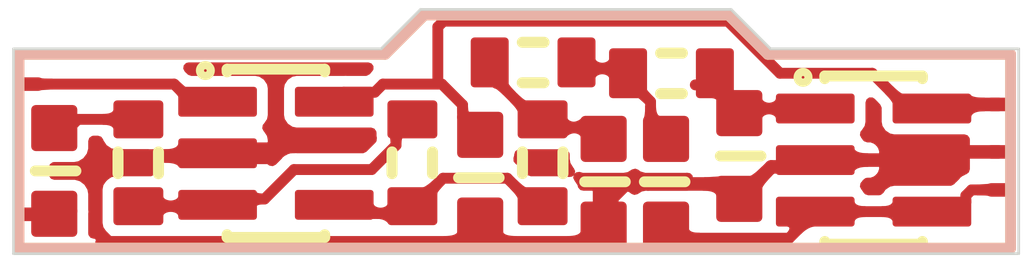
<source format=kicad_pcb>
(kicad_pcb (version 20210108) (generator pcbnew)
  (layers (0 "F.Cu" signal "Top Layer") (31 "B.Cu" signal "Bottom Layer") (34 "B.Paste" user) (35 "F.Paste" user) (36 "B.SilkS" user "B.Silkscreen") (37 "F.SilkS" user "F.Silkscreen") (38 "B.Mask" user) (39 "F.Mask" user) (44 "Edge.Cuts" user))
  (net 0 "")
  (net 1 "NetR470_1")
  (net 2 "NetC474_2")
  (net 3 "NetC473_2")
  (net 4 "NetC472_1")
  (net 5 "VREF2")
  (net 6 "V5A")
  (net 7 "OUT_KNOCK")
  (net 8 "NetR470_2")
  (net 9 "NetC471_2")
  (net 10 "IN_KNOCK")
  (net 11 "GNDA")
  (footprint "General.pcblib:Cap" (layer "F.Cu") (at 0.750001 -1.525001 90)
    (fp_text reference "C471" hide)
    (fp_text value "3.3n" hide)
    (fp_line (start 0 -0.349987) (end 0 0.399999) (layer "F.SilkS") (width 0.2))
    (pad "1" smd roundrect (at -0.790001 0 90) (size 0.850001 0.850001) (layers "F.Cu" "F.Paste" "F.Mask") (roundrect_rratio 0.1) (net 10 "IN_KNOCK"))
    (pad "2" smd roundrect (at 0.790001 0 90) (size 0.850001 0.850001) (layers "F.Cu" "F.Paste" "F.Mask") (roundrect_rratio 0.1) (net 9 "NetC471_2"))
  )
  (footprint "General.pcblib:Res" (layer "F.Cu") (at 9.750001 -1.675 -90)
    (fp_text reference "R472" hide)
    (fp_text value "12k" hide)
    (fp_line (start 0.199999 -0.374985) (end -0.2 -0.374995) (layer "F.SilkS") (width 0.2032))
    (fp_line (start 0.198942 0.37085) (end -0.201057 0.37084) (layer "F.SilkS") (width 0.2032))
    (pad "1" smd roundrect (at -0.800001 0 270) (size 0.700001 0.920001) (layers "F.Cu" "F.Paste" "F.Mask") (roundrect_rratio 0.1) (net 2 "NetC474_2"))
    (pad "2" smd roundrect (at 0.8 0 270) (size 0.700001 0.920001) (layers "F.Cu" "F.Paste" "F.Mask") (roundrect_rratio 0.1) (net 1 "NetR470_1"))
  )
  (footprint "General.pcblib:Res" (layer "F.Cu") (at 2.3 -1.675 90)
    (fp_text reference "R471" hide)
    (fp_text value "100k" hide)
    (fp_line (start -0.199999 -0.374995) (end 0.2 -0.374985) (layer "F.SilkS") (width 0.2032))
    (fp_line (start -0.201056 0.37084) (end 0.198943 0.370851) (layer "F.SilkS") (width 0.2032))
    (pad "1" smd roundrect (at -0.8 0 90) (size 0.700001 0.920001) (layers "F.Cu" "F.Paste" "F.Mask") (roundrect_rratio 0.1) (net 8 "NetR470_2"))
    (pad "2" smd roundrect (at 0.800001 0 90) (size 0.700001 0.920001) (layers "F.Cu" "F.Paste" "F.Mask") (roundrect_rratio 0.1) (net 9 "NetC471_2"))
  )
  (footprint "General.pcblib:Cap" (layer "F.Cu") (at 8.599998 -1.4 -90)
    (fp_text reference "C470" hide)
    (fp_text value "100n" hide)
    (fp_line (start 0 0.399999) (end 0 -0.349987) (layer "F.SilkS") (width 0.2))
    (pad "1" smd roundrect (at -0.790001 0 270) (size 0.850001 0.850001) (layers "F.Cu" "F.Paste" "F.Mask") (roundrect_rratio 0.1) (net 6 "V5A"))
    (pad "2" smd roundrect (at 0.790001 0 270) (size 0.850001 0.850001) (layers "F.Cu" "F.Paste" "F.Mask") (roundrect_rratio 0.1) (net 11 "GNDA"))
  )
  (footprint "Mod.PcbLib:Mod-Hellen-Knock" (layer "F.Cu") (at 0 0)
    (fp_text reference "M470" hide)
    (fp_text value "Module:knock/0.1" hide)
    (fp_line (start 7.574999 -4.399999) (end 13.175003 -4.399999) (layer "B.SilkS") (width 0.2))
    (fp_line (start 6.849999 -3.674999) (end 7.574999 -4.399999) (layer "B.SilkS") (width 0.2))
    (fp_line (start 13.175003 -4.399999) (end 13.900003 -3.674999) (layer "B.SilkS") (width 0.2))
    (fp_line (start 0.1 -0.1) (end 18.375 -0.1) (layer "B.SilkS") (width 0.2))
    (fp_line (start 13.900003 -3.674999) (end 18.375 -3.674999) (layer "B.SilkS") (width 0.2))
    (fp_line (start 0.1 -0.1) (end 0.1 -3.674999) (layer "B.SilkS") (width 0.2))
    (fp_line (start 18.375 -0.1) (end 18.375 -3.674999) (layer "B.SilkS") (width 0.2))
    (fp_line (start 0.1 -3.674999) (end 6.849999 -3.674999) (layer "B.SilkS") (width 0.2))
    (fp_line (start 13.175 -4.399999) (end 13.9 -3.674999) (layer "F.SilkS") (width 0.2))
    (fp_line (start 0.1 -3.674999) (end 6.849999 -3.674999) (layer "F.SilkS") (width 0.2))
    (fp_line (start 18.375 -0.1) (end 18.375 -3.674999) (layer "F.SilkS") (width 0.2))
    (fp_line (start 7.574999 -4.399999) (end 13.175 -4.399999) (layer "F.SilkS") (width 0.2))
    (fp_line (start 13.9 -3.674999) (end 18.375 -3.674999) (layer "F.SilkS") (width 0.2))
    (fp_line (start 0.1 -0.1) (end 0.1 -3.674999) (layer "F.SilkS") (width 0.2))
    (fp_line (start 0.1 -0.1) (end 18.375 -0.1) (layer "F.SilkS") (width 0.2))
    (fp_line (start 6.849999 -3.674999) (end 7.574999 -4.399999) (layer "F.SilkS") (width 0.2))
    (pad "E1" smd oval (at 18.149999 -2.75 180) (size 0.499999 0.25) (layers "F.Cu" "F.Paste" "F.Mask") (net 6 "V5A"))
    (pad "E2" smd oval (at 18.149999 -1.875 180) (size 0.499999 0.25) (layers "F.Cu" "F.Paste" "F.Mask") (net 11 "GNDA"))
    (pad "E3" smd oval (at 18.149999 -1.174999 180) (size 0.499999 0.25) (layers "F.Cu" "F.Paste" "F.Mask") (net 7 "OUT_KNOCK"))
    (pad "W1" smd oval (at 0.325001 -0.725) (size 0.499999 0.25) (layers "F.Cu" "F.Paste" "F.Mask") (net 10 "IN_KNOCK"))
    (pad "W2" smd oval (at 0.325001 -3.125003) (size 0.499999 0.25) (layers "F.Cu" "F.Paste" "F.Mask") (net 5 "VREF2"))
  )
  (footprint "General.pcblib:Res" (layer "F.Cu") (at 9.575023 -3.524999 180)
    (fp_text reference "R473" hide)
    (fp_text value "100k" hide)
    (fp_line (start 0.2 -0.374985) (end -0.199999 -0.374995) (layer "F.SilkS") (width 0.2032))
    (fp_line (start 0.198943 0.37085) (end -0.201056 0.37084) (layer "F.SilkS") (width 0.2032))
    (pad "1" smd roundrect (at -0.800001 0 180) (size 0.700001 0.920001) (layers "F.Cu" "F.Paste" "F.Mask") (roundrect_rratio 0.1) (net 4 "NetC472_1"))
    (pad "2" smd roundrect (at 0.800001 0 180) (size 0.700001 0.920001) (layers "F.Cu" "F.Paste" "F.Mask") (roundrect_rratio 0.1) (net 2 "NetC474_2"))
  )
  (footprint "Small.PcbLib:LMV321" (layer "F.Cu") (at 15.839999 -1.725003)
    (fp_text reference "U471" hide)
    (fp_text value "LMV321IDBVR" hide)
    (fp_line (start 0.910003 -1.499999) (end 0.910003 -1.549999) (layer "F.SilkS") (width 0.2))
    (fp_line (start -0.889998 1.55) (end -0.889998 1.5) (layer "F.SilkS") (width 0.2))
    (fp_line (start -0.889998 -1.499999) (end -0.889998 -1.549999) (layer "F.SilkS") (width 0.2))
    (fp_line (start 0.910003 1.55) (end 0.910003 1.5) (layer "F.SilkS") (width 0.2))
    (fp_line (start -0.889998 1.55) (end 0.910003 1.55) (layer "F.SilkS") (width 0.2))
    (fp_line (start -0.889998 -1.549999) (end 0.910003 -1.549999) (layer "F.SilkS") (width 0.2))
    (fp_circle (center -1.289998 -1.525001) (end -1.289998 -1.625001) (layer "F.SilkS") (width 0.15) (fill none))
    (pad "1" smd roundrect (at -1.064997 -0.950001 270) (size 0.549999 1.45) (layers "F.Cu" "F.Paste" "F.Mask") (roundrect_rratio 0.1) (net 3 "NetC473_2"))
    (pad "2" smd roundrect (at -1.065002 0.000013 270) (size 0.550012 1.45001) (layers "F.Cu" "F.Paste" "F.Mask") (roundrect_rratio 0.1) (net 11 "GNDA"))
    (pad "3" smd roundrect (at -1.065002 0.949998 270) (size 0.550012 1.45001) (layers "F.Cu" "F.Paste" "F.Mask") (roundrect_rratio 0.1) (net 7 "OUT_KNOCK"))
    (pad "4" smd roundrect (at 1.085007 0.949998 270) (size 0.550012 1.45001) (layers "F.Cu" "F.Paste" "F.Mask") (roundrect_rratio 0.1) (net 7 "OUT_KNOCK"))
    (pad "5" smd roundrect (at 1.085007 -0.949998 270) (size 0.550012 1.45001) (layers "F.Cu" "F.Paste" "F.Mask") (roundrect_rratio 0.1) (net 6 "V5A"))
  )
  (footprint "General.pcblib:Res" (layer "F.Cu") (at 12.125028 -3.325 180)
    (fp_text reference "R474" hide)
    (fp_text value "33k" hide)
    (fp_line (start 0.198943 0.37085) (end -0.201056 0.37084) (layer "F.SilkS") (width 0.2032))
    (fp_line (start 0.2 -0.374986) (end -0.199999 -0.374996) (layer "F.SilkS") (width 0.2032))
    (pad "1" smd roundrect (at -0.800001 0 180) (size 0.700001 0.920001) (layers "F.Cu" "F.Paste" "F.Mask") (roundrect_rratio 0.1) (net 3 "NetC473_2"))
    (pad "2" smd roundrect (at 0.800001 0 180) (size 0.700001 0.920001) (layers "F.Cu" "F.Paste" "F.Mask") (roundrect_rratio 0.1) (net 4 "NetC472_1"))
  )
  (footprint "General.pcblib:Res" (layer "F.Cu") (at 7.349998 -1.675 90)
    (fp_text reference "R470" hide)
    (fp_text value "470k" hide)
    (fp_line (start -0.199999 -0.374995) (end 0.2 -0.374985) (layer "F.SilkS") (width 0.2032))
    (fp_line (start -0.201056 0.37084) (end 0.198943 0.37085) (layer "F.SilkS") (width 0.2032))
    (pad "1" smd roundrect (at -0.8 0 90) (size 0.700001 0.920001) (layers "F.Cu" "F.Paste" "F.Mask") (roundrect_rratio 0.1) (net 1 "NetR470_1"))
    (pad "2" smd roundrect (at 0.800001 0 90) (size 0.700001 0.920001) (layers "F.Cu" "F.Paste" "F.Mask") (roundrect_rratio 0.1) (net 8 "NetR470_2"))
  )
  (footprint "General.pcblib:Cap" (layer "F.Cu") (at 10.875 -1.324999 90)
    (fp_text reference "C474" hide)
    (fp_text value "680p" hide)
    (fp_line (start 0 -0.349987) (end 0 0.399999) (layer "F.SilkS") (width 0.2))
    (pad "1" smd roundrect (at -0.790001 0 90) (size 0.850001 0.850001) (layers "F.Cu" "F.Paste" "F.Mask") (roundrect_rratio 0.1) (net 11 "GNDA"))
    (pad "2" smd roundrect (at 0.790001 0 90) (size 0.850001 0.850001) (layers "F.Cu" "F.Paste" "F.Mask") (roundrect_rratio 0.1) (net 2 "NetC474_2"))
  )
  (footprint "General.pcblib:Cap" (layer "F.Cu") (at 12.025 -1.325001 -90)
    (fp_text reference "C472" hide)
    (fp_text value "330p" hide)
    (fp_line (start 0 0.399999) (end 0 -0.349987) (layer "F.SilkS") (width 0.2))
    (pad "1" smd roundrect (at -0.790001 0 270) (size 0.850001 0.850001) (layers "F.Cu" "F.Paste" "F.Mask") (roundrect_rratio 0.1) (net 4 "NetC472_1"))
    (pad "2" smd roundrect (at 0.790001 0 270) (size 0.850001 0.850001) (layers "F.Cu" "F.Paste" "F.Mask") (roundrect_rratio 0.1) (net 7 "OUT_KNOCK"))
  )
  (footprint "General.pcblib:Cap" (layer "F.Cu") (at 13.37501 -1.800004 90)
    (fp_text reference "C473" hide)
    (fp_text value "47p" hide)
    (fp_line (start 0 -0.349987) (end 0 0.399999) (layer "F.SilkS") (width 0.2))
    (pad "1" smd roundrect (at -0.790001 0 90) (size 0.850001 0.850001) (layers "F.Cu" "F.Paste" "F.Mask") (roundrect_rratio 0.1) (net 11 "GNDA"))
    (pad "2" smd roundrect (at 0.790001 0 90) (size 0.850001 0.850001) (layers "F.Cu" "F.Paste" "F.Mask") (roundrect_rratio 0.1) (net 3 "NetC473_2"))
  )
  (footprint "Small.PcbLib:LMV321" (layer "F.Cu") (at 4.824999 -1.849999)
    (fp_text reference "U470" hide)
    (fp_text value "LMV321IDBVR" hide)
    (fp_line (start -0.889998 1.55) (end 0.910004 1.55) (layer "F.SilkS") (width 0.2))
    (fp_line (start 0.910004 1.55) (end 0.910004 1.5) (layer "F.SilkS") (width 0.2))
    (fp_line (start -0.889998 -1.549999) (end 0.910004 -1.549999) (layer "F.SilkS") (width 0.2))
    (fp_line (start 0.910004 -1.499999) (end 0.910004 -1.549999) (layer "F.SilkS") (width 0.2))
    (fp_line (start -0.889998 1.55) (end -0.889998 1.5) (layer "F.SilkS") (width 0.2))
    (fp_line (start -0.889998 -1.499999) (end -0.889998 -1.549999) (layer "F.SilkS") (width 0.2))
    (fp_circle (center -1.289997 -1.525001) (end -1.289997 -1.625001) (layer "F.SilkS") (width 0.15) (fill none))
    (pad "1" smd roundrect (at -1.064996 -0.95 270) (size 0.549999 1.45) (layers "F.Cu" "F.Paste" "F.Mask") (roundrect_rratio 0.1) (net 5 "VREF2"))
    (pad "2" smd roundrect (at -1.065001 0.000013 270) (size 0.550012 1.45001) (layers "F.Cu" "F.Paste" "F.Mask") (roundrect_rratio 0.1) (net 11 "GNDA"))
    (pad "3" smd roundrect (at -1.065001 0.949998 270) (size 0.550012 1.45001) (layers "F.Cu" "F.Paste" "F.Mask") (roundrect_rratio 0.1) (net 8 "NetR470_2"))
    (pad "4" smd roundrect (at 1.085007 0.949998 270) (size 0.550012 1.45001) (layers "F.Cu" "F.Paste" "F.Mask") (roundrect_rratio 0.1) (net 1 "NetR470_1"))
    (pad "5" smd roundrect (at 1.085007 -0.949998 270) (size 0.550012 1.45001) (layers "F.Cu" "F.Paste" "F.Mask") (roundrect_rratio 0.1) (net 6 "V5A"))
  )
  (gr_poly (pts (xy 12.951452 -3.154985) (xy 12.988727 -3.118691) (xy 13.083215 -3.038942) (xy 13.108932 -3.022067) (xy 13.131762 -3.010047) (xy 13.151701 -3.002882) (xy 13.168749 -3.000573) (xy 13.18291 -3.003116) (xy 13.19418 -3.010515) (xy 12.9545 -2.770835) (xy 12.961899 -2.782105) (xy 12.964442 -2.796266) (xy 12.962133 -2.813314) (xy 12.954968 -2.833253) (xy 12.942948 -2.856083) (xy 12.926073 -2.8818) (xy 12.904346 -2.910406) (xy 12.846324 -2.976288) (xy 12.81003 -3.013563)) (layer "F.Cu") (width 0) (fill solid))
  (gr_poly (pts (xy 16.198769 -3.092661) (xy 16.240056 -3.052757) (xy 16.31396 -2.989923) (xy 16.346579 -2.966989) (xy 16.376307 -2.949715) (xy 16.403147 -2.938097) (xy 16.427097 -2.932135) (xy 16.448159 -2.931831) (xy 16.46633 -2.937182) (xy 16.48161 -2.948191) (xy 16.201817 -2.668397) (xy 16.212825 -2.683678) (xy 16.218177 -2.701849) (xy 16.217872 -2.72291) (xy 16.211911 -2.74686) (xy 16.200293 -2.7737) (xy 16.183018 -2.803428) (xy 16.160085 -2.836047) (xy 16.131497 -2.871556) (xy 16.057347 -2.951239)) (layer "F.Cu") (width 0) (fill solid))
  (gr_poly (pts (xy 13.975344 -1.433561) (xy 13.925542 -1.382022) (xy 13.84715 -1.289731) (xy 13.818563 -1.248982) (xy 13.797044 -1.211829) (xy 13.782596 -1.17827) (xy 13.77522 -1.148311) (xy 13.774915 -1.121946) (xy 13.781682 -1.09918) (xy 13.79552 -1.080008) (xy 13.445015 -1.430513) (xy 13.464187 -1.416675) (xy 13.486953 -1.409908) (xy 13.513318 -1.410213) (xy 13.543277 -1.417589) (xy 13.576836 -1.432037) (xy 13.613989 -1.453556) (xy 13.654738 -1.482143) (xy 13.699086 -1.517805) (xy 13.798568 -1.610337)) (layer "F.Cu") (width 0) (fill solid))
  (gr_poly (pts (xy 3.030713 -3.195714) (xy 3.056425 -3.170215) (xy 3.16596 -3.074139) (xy 3.171543 -3.072188) (xy 3.174609 -3.073182) (xy 3.036819 -2.885399) (xy 3.037002 -2.889275) (xy 3.033933 -2.895976) (xy 3.027614 -2.905498) (xy 3.018043 -2.917848) (xy 2.989151 -2.951015) (xy 2.892349 -3.051233)) (layer "F.Cu") (width 0) (fill solid))
  (gr_poly (pts (xy 13.098277 -2.725316) (xy 13.066339 -2.755872) (xy 13.004899 -2.806243) (xy 12.975397 -2.826057) (xy 12.946705 -2.842296) (xy 12.918829 -2.854952) (xy 12.891762 -2.86403) (xy 12.865506 -2.869527) (xy 12.840066 -2.871447) (xy 12.815435 -2.869786) (xy 13.273291 -2.935) (xy 13.271261 -2.917678) (xy 13.271934 -2.899689) (xy 13.27531 -2.881036) (xy 13.281386 -2.861719) (xy 13.290164 -2.841737) (xy 13.301642 -2.821089) (xy 13.315826 -2.799779) (xy 13.332709 -2.777802) (xy 13.352295 -2.755161) (xy 13.374581 -2.731856)) (layer "F.Cu") (width 0) (fill solid))
  (gr_poly (pts (xy 15.751233 -1.599992) (xy 15.700837 -1.598752) (xy 15.655747 -1.595036) (xy 15.615961 -1.588846) (xy 15.58148 -1.580177) (xy 15.552303 -1.569032) (xy 15.528432 -1.55541) (xy 15.509865 -1.539311) (xy 15.496604 -1.520736) (xy 15.488648 -1.499685) (xy 15.485994 -1.476157) (xy 15.485994 -1.973824) (xy 15.488648 -1.950296) (xy 15.496604 -1.929244) (xy 15.509865 -1.910669) (xy 15.528432 -1.894571) (xy 15.552303 -1.880949) (xy 15.58148 -1.869803) (xy 15.615961 -1.861134) (xy 15.655747 -1.854944) (xy 15.700837 -1.851228) (xy 15.751233 -1.849989)) (layer "F.Cu") (width 0) (fill solid))
  (gr_poly (pts (xy 17.755151 -1.274999) (xy 17.793373 -1.275149) (xy 17.971183 -1.287048) (xy 17.977414 -1.289876) (xy 17.977414 -1.060122) (xy 17.971183 -1.062949) (xy 17.961399 -1.065479) (xy 17.948059 -1.067709) (xy 17.910716 -1.071281) (xy 17.828042 -1.074405) (xy 17.755151 -1.074999)) (layer "F.Cu") (width 0) (fill solid))
  (gr_poly (pts (xy 9.232748 -0.075001) (xy 9.076273 -0.076114) (xy 8.733046 -0.10286) (xy 8.717905 -0.115118) (xy 8.731029 -0.129606) (xy 8.772418 -0.146322) (xy 8.842075 -0.165268) (xy 8.939997 -0.186441) (xy 9.020508 -0.449999) (xy 9.016164 -0.42625) (xy 9.01841 -0.405) (xy 9.027244 -0.38625) (xy 9.042667 -0.369999) (xy 9.064678 -0.35625) (xy 9.093276 -0.344998) (xy 9.128463 -0.33625) (xy 9.170238 -0.329999) (xy 9.218602 -0.32625) (xy 9.273555 -0.324998)) (layer "F.Cu") (width 0) (fill solid))
  (gr_poly (pts (xy 17.901242 -2.624999) (xy 17.852469 -2.623749) (xy 17.80891 -2.62) (xy 17.770566 -2.613749) (xy 17.73744 -2.604999) (xy 17.709528 -2.593749) (xy 17.68683 -2.58) (xy 17.669347 -2.563749) (xy 17.657082 -2.544999) (xy 17.650031 -2.523749) (xy 17.648194 -2.5) (xy 17.634773 -2.934769) (xy 17.641893 -2.923413) (xy 17.653353 -2.913253) (xy 17.669152 -2.904287) (xy 17.689292 -2.896517) (xy 17.713767 -2.889941) (xy 17.742583 -2.884564) (xy 17.77574 -2.880378) (xy 17.85507 -2.875598) (xy 17.901242 -2.875001)) (layer "F.Cu") (width 0) (fill solid))
  (gr_poly (pts (xy 12.727292 -1.41) (xy 12.775049 -1.410172) (xy 12.995643 -1.423932) (xy 13.003035 -1.427201) (xy 12.9545 -1.035002) (xy 12.954754 -1.058751) (xy 12.949329 -1.080003) (xy 12.938224 -1.098751) (xy 12.921437 -1.115002) (xy 12.898973 -1.128751) (xy 12.870828 -1.140003) (xy 12.837005 -1.148751) (xy 12.7975 -1.155002) (xy 12.752316 -1.158751) (xy 12.701453 -1.160003)) (layer "F.Cu") (width 0) (fill solid))
  (gr_poly (pts (xy 2.958262 -0.775002) (xy 2.919682 -0.774002) (xy 2.885166 -0.771002) (xy 2.854709 -0.766003) (xy 2.82831 -0.759003) (xy 2.805976 -0.750001) (xy 2.787701 -0.739003) (xy 2.77349 -0.726003) (xy 2.763337 -0.711002) (xy 2.757244 -0.694002) (xy 2.755214 -0.675002) (xy 2.755214 -1.075002) (xy 2.757244 -1.056002) (xy 2.763337 -1.039002) (xy 2.77349 -1.024001) (xy 2.787701 -1.011001) (xy 2.805976 -1.000003) (xy 2.82831 -0.991001) (xy 2.854709 -0.984001) (xy 2.885166 -0.979002) (xy 2.919682 -0.976003) (xy 2.958262 -0.975002)) (layer "F.Cu") (width 0) (fill solid))
  (gr_poly (pts (xy 0.719849 -3.025003) (xy 0.681627 -3.024853) (xy 0.503817 -3.012953) (xy 0.497586 -3.010126) (xy 0.497586 -3.239879) (xy 0.503817 -3.237052) (xy 0.513601 -3.234522) (xy 0.526941 -3.232292) (xy 0.564284 -3.228721) (xy 0.646958 -3.225597) (xy 0.719849 -3.225002)) (layer "F.Cu") (width 0) (fill solid))
  (gr_poly (pts (xy 6.949153 -1.999153) (xy 6.948894 -2.026188) (xy 6.942679 -2.10615) (xy 6.939831 -2.119097) (xy 6.936466 -2.129224) (xy 6.932582 -2.136534) (xy 6.92818 -2.141024) (xy 6.92326 -2.142696) (xy 7.17674 -2.129787) (xy 7.171497 -2.128733) (xy 7.166808 -2.125012) (xy 7.16267 -2.118622) (xy 7.159084 -2.109561) (xy 7.156049 -2.097832) (xy 7.153567 -2.083432) (xy 7.151634 -2.066366) (xy 7.149429 -2.024225) (xy 7.149153 -1.999153)) (layer "F.Cu") (width 0) (fill solid))
  (gr_poly (pts (xy 10.408262 -2.224999) (xy 10.375877 -2.224217) (xy 10.345801 -2.221868) (xy 10.318031 -2.217956) (xy 10.29257 -2.212477) (xy 10.269418 -2.205434) (xy 10.248572 -2.196823) (xy 10.230035 -2.18665) (xy 10.213805 -2.174911) (xy 10.199883 -2.161604) (xy 10.188268 -2.146734) (xy 10.205215 -2.524999) (xy 10.206439 -2.506) (xy 10.211902 -2.488999) (xy 10.221608 -2.473998) (xy 10.235552 -2.460998) (xy 10.253736 -2.449998) (xy 10.276162 -2.440998) (xy 10.302827 -2.433998) (xy 10.333731 -2.428999) (xy 10.368877 -2.426) (xy 10.408262 -2.424999)) (layer "F.Cu") (width 0) (fill solid))
  (gr_poly (pts (xy 2.833761 -0.975002) (xy 2.872423 -0.976003) (xy 2.907005 -0.979002) (xy 2.93751 -0.984001) (xy 2.963934 -0.991001) (xy 2.986278 -1.000003) (xy 3.004543 -1.011001) (xy 3.018729 -1.024001) (xy 3.028833 -1.039002) (xy 3.034861 -1.056002) (xy 3.036809 -1.075002) (xy 3.038645 -0.676168) (xy 3.036514 -0.694947) (xy 3.030304 -0.711749) (xy 3.020014 -0.726575) (xy 3.005646 -0.739422) (xy 2.987197 -0.750293) (xy 2.964668 -0.759188) (xy 2.938061 -0.766107) (xy 2.907373 -0.77105) (xy 2.872608 -0.774014) (xy 2.833761 -0.775002)) (layer "F.Cu") (width 0) (fill solid))
  (gr_poly (pts (xy 15.998769 -0.875005) (xy 16.037349 -0.876005) (xy 16.071865 -0.879005) (xy 16.102322 -0.884004) (xy 16.128721 -0.891004) (xy 16.151055 -0.900003) (xy 16.16933 -0.911004) (xy 16.183541 -0.924004) (xy 16.193694 -0.939005) (xy 16.199787 -0.956005) (xy 16.201817 -0.975004) (xy 16.201817 -0.575005) (xy 16.199787 -0.594004) (xy 16.193694 -0.611005) (xy 16.183541 -0.626006) (xy 16.16933 -0.639006) (xy 16.151055 -0.650006) (xy 16.128721 -0.659006) (xy 16.102322 -0.666006) (xy 16.071865 -0.671005) (xy 16.037349 -0.674004) (xy 15.998769 -0.675005)) (layer "F.Cu") (width 0) (fill solid))
  (gr_poly (pts (xy 4.625952 -0.908002) (xy 4.598538 -0.907606) (xy 4.552467 -0.904428) (xy 4.533811 -0.901647) (xy 4.518076 -0.898073) (xy 4.505259 -0.893704) (xy 4.495361 -0.88854) (xy 4.488383 -0.882581) (xy 4.484324 -0.87583) (xy 4.483186 -0.868284) (xy 4.471939 -1.146553) (xy 4.47376 -1.139228) (xy 4.478599 -1.132675) (xy 4.486455 -1.126891) (xy 4.497329 -1.12188) (xy 4.511223 -1.117638) (xy 4.528132 -1.114168) (xy 4.548061 -1.111471) (xy 4.596971 -1.108387) (xy 4.625952 -1.108001)) (layer "F.Cu") (width 0) (fill solid))
  (gr_poly (pts (xy 1.641739 -2.575001) (xy 1.680319 -2.576002) (xy 1.714835 -2.579002) (xy 1.745292 -2.584) (xy 1.771691 -2.591001) (xy 1.794025 -2.6) (xy 1.8123 -2.611001) (xy 1.826511 -2.624) (xy 1.836664 -2.639002) (xy 1.842757 -2.656002) (xy 1.844787 -2.675001) (xy 1.844787 -2.275002) (xy 1.842757 -2.294001) (xy 1.836664 -2.311001) (xy 1.826511 -2.326002) (xy 1.8123 -2.339002) (xy 1.794025 -2.350003) (xy 1.771691 -2.359002) (xy 1.745292 -2.366002) (xy 1.714835 -2.371001) (xy 1.680319 -2.374001) (xy 1.641739 -2.375002)) (layer "F.Cu") (width 0) (fill solid))
  (gr_poly (pts (xy 10.776765 -3.5125) (xy 10.815345 -3.513501) (xy 10.849861 -3.5165) (xy 10.880319 -3.521499) (xy 10.906717 -3.528499) (xy 10.929051 -3.537499) (xy 10.947326 -3.548499) (xy 10.961538 -3.561499) (xy 10.97169 -3.5765) (xy 10.977783 -3.593501) (xy 10.979813 -3.6125) (xy 10.979813 -3.212501) (xy 10.977783 -3.2315) (xy 10.97169 -3.2485) (xy 10.961538 -3.263501) (xy 10.947326 -3.276501) (xy 10.929051 -3.287502) (xy 10.906717 -3.296501) (xy 10.880319 -3.303501) (xy 10.849861 -3.3085) (xy 10.815345 -3.3115) (xy 10.776765 -3.3125)) (layer "F.Cu") (width 0) (fill solid))
  (gr_poly (pts (xy 7.949682 -1.283259) (xy 7.907106 -1.239302) (xy 7.840713 -1.161837) (xy 7.816891 -1.128329) (xy 7.799319 -1.098304) (xy 7.787996 -1.071761) (xy 7.782926 -1.0487) (xy 7.784104 -1.029122) (xy 7.791531 -1.013028) (xy 7.805212 -1.000417) (xy 7.465421 -1.220213) (xy 7.484067 -1.212568) (xy 7.506393 -1.211374) (xy 7.532406 -1.21663) (xy 7.562101 -1.228334) (xy 7.595476 -1.24649) (xy 7.632537 -1.271097) (xy 7.673279 -1.302151) (xy 7.765811 -1.383614) (xy 7.817602 -1.434021)) (layer "F.Cu") (width 0) (fill solid))
  (gr_poly (pts (xy 13.848771 -2.775003) (xy 13.887351 -2.776004) (xy 13.921867 -2.779004) (xy 13.952324 -2.784003) (xy 13.978722 -2.791003) (xy 14.001057 -2.800005) (xy 14.019332 -2.811003) (xy 14.033543 -2.824002) (xy 14.043696 -2.839004) (xy 14.049789 -2.856004) (xy 14.051818 -2.875003) (xy 14.051818 -2.475004) (xy 14.049789 -2.494003) (xy 14.043696 -2.511003) (xy 14.033543 -2.526005) (xy 14.019332 -2.539004) (xy 14.001057 -2.550003) (xy 13.978722 -2.559004) (xy 13.952324 -2.566005) (xy 13.921867 -2.571003) (xy 13.887351 -2.574003) (xy 13.848771 -2.575004)) (layer "F.Cu") (width 0) (fill solid))
  (gr_poly (pts (xy 14.225923 -0.357345) (xy 14.251927 -0.384795) (xy 14.272153 -0.409354) (xy 14.286598 -0.431025) (xy 14.295267 -0.449806) (xy 14.298158 -0.465699) (xy 14.295267 -0.478701) (xy 14.286598 -0.488813) (xy 14.272153 -0.496037) (xy 14.251927 -0.50037) (xy 14.225923 -0.501815) (xy 14.791606 -0.501815) (xy 14.763872 -0.50037) (xy 14.736013 -0.496037) (xy 14.708035 -0.488813) (xy 14.679933 -0.478701) (xy 14.651711 -0.465699) (xy 14.623364 -0.449806) (xy 14.594898 -0.431025) (xy 14.566308 -0.409354) (xy 14.537599 -0.384795) (xy 14.508764 -0.357345)) (layer "F.Cu") (width 0) (fill solid))
  (gr_poly (pts (xy 8.374997 -2.743264) (xy 8.375294 -2.71687) (xy 8.37975 -2.655184) (xy 8.382424 -2.640449) (xy 8.385691 -2.628633) (xy 8.389554 -2.619731) (xy 8.394009 -2.613741) (xy 8.399059 -2.610668) (xy 8.404703 -2.61051) (xy 8.182801 -2.561976) (xy 8.181317 -2.561687) (xy 8.179991 -2.565491) (xy 8.17882 -2.573386) (xy 8.177807 -2.585377) (xy 8.17531 -2.674262) (xy 8.174998 -2.743264)) (layer "F.Cu") (width 0) (fill solid))
  (gr_poly (pts (xy 13.998567 -2.575004) (xy 13.959987 -2.574003) (xy 13.925471 -2.571003) (xy 13.895014 -2.566005) (xy 13.868616 -2.559004) (xy 13.846282 -2.550003) (xy 13.828006 -2.539004) (xy 13.813795 -2.526005) (xy 13.803643 -2.511003) (xy 13.797549 -2.494003) (xy 13.79552 -2.475004) (xy 13.79552 -2.875003) (xy 13.797549 -2.856004) (xy 13.803643 -2.839004) (xy 13.813795 -2.824002) (xy 13.828006 -2.811003) (xy 13.846282 -2.800005) (xy 13.868616 -2.791003) (xy 13.895014 -2.784003) (xy 13.925471 -2.779004) (xy 13.959987 -2.776004) (xy 13.998567 -2.775003)) (layer "F.Cu") (width 0) (fill solid))
  (gr_poly (pts (xy 2.783761 -1.925) (xy 2.832496 -1.92625) (xy 2.876027 -1.929999) (xy 2.914348 -1.93625) (xy 2.947464 -1.945) (xy 2.975371 -1.95625) (xy 2.998074 -1.969999) (xy 3.015567 -1.98625) (xy 3.027855 -2.005) (xy 3.034934 -2.026249) (xy 3.036809 -2.049998) (xy 3.05023 -1.590218) (xy 3.041244 -1.606326) (xy 3.028335 -1.620738) (xy 3.0115 -1.633456) (xy 2.990741 -1.644477) (xy 2.966055 -1.653804) (xy 2.937447 -1.661434) (xy 2.904912 -1.667368) (xy 2.868452 -1.671607) (xy 2.828069 -1.674152) (xy 2.783761 -1.674998)) (layer "F.Cu") (width 0) (fill solid))
  (gr_poly (pts (xy 15.701234 -0.675005) (xy 15.662653 -0.674004) (xy 15.628137 -0.671005) (xy 15.59768 -0.666006) (xy 15.571282 -0.659006) (xy 15.548948 -0.650006) (xy 15.530673 -0.639006) (xy 15.516461 -0.626006) (xy 15.506309 -0.611005) (xy 15.500215 -0.594004) (xy 15.498186 -0.575005) (xy 15.498186 -0.975004) (xy 15.500215 -0.956005) (xy 15.506309 -0.939005) (xy 15.516461 -0.924004) (xy 15.530673 -0.911004) (xy 15.548948 -0.900003) (xy 15.571282 -0.891004) (xy 15.59768 -0.884004) (xy 15.628137 -0.879005) (xy 15.662653 -0.876005) (xy 15.701234 -0.875005)) (layer "F.Cu") (width 0) (fill solid))
  (gr_poly (pts (xy 7.926441 -0.324998) (xy 7.981394 -0.32625) (xy 8.029758 -0.329999) (xy 8.071533 -0.33625) (xy 8.10672 -0.344998) (xy 8.135318 -0.35625) (xy 8.157329 -0.369999) (xy 8.172752 -0.38625) (xy 8.181586 -0.404998) (xy 8.183832 -0.42625) (xy 8.179488 -0.449999) (xy 8.259999 -0.186441) (xy 8.357921 -0.165268) (xy 8.427578 -0.146322) (xy 8.468967 -0.129606) (xy 8.482091 -0.115118) (xy 8.46695 -0.10286) (xy 8.423542 -0.092829) (xy 8.351868 -0.085029) (xy 8.251927 -0.079456) (xy 7.967248 -0.074999)) (layer "F.Cu") (width 0) (fill solid))
  (gr_poly (pts (xy 11.669314 -2.729291) (xy 11.63972 -2.758595) (xy 11.521168 -2.86323) (xy 11.511244 -2.868806) (xy 11.504132 -2.87099) (xy 11.499827 -2.869786) (xy 11.670241 -3.0402) (xy 11.669037 -3.035894) (xy 11.671221 -3.028782) (xy 11.676797 -3.018859) (xy 11.685763 -3.006123) (xy 11.698117 -2.990581) (xy 11.755519 -2.927088) (xy 11.810736 -2.870713)) (layer "F.Cu") (width 0) (fill solid))
  (gr_poly (pts (xy 10.923285 -3.3125) (xy 10.884705 -3.3115) (xy 10.850189 -3.3085) (xy 10.819732 -3.303501) (xy 10.793334 -3.296501) (xy 10.771 -3.287502) (xy 10.752724 -3.276501) (xy 10.738513 -3.263501) (xy 10.728361 -3.2485) (xy 10.722267 -3.2315) (xy 10.720238 -3.212501) (xy 10.720238 -3.6125) (xy 10.722267 -3.593501) (xy 10.728361 -3.5765) (xy 10.738513 -3.561499) (xy 10.752724 -3.548499) (xy 10.771 -3.537499) (xy 10.793334 -3.528499) (xy 10.819732 -3.521499) (xy 10.850189 -3.5165) (xy 10.884705 -3.513501) (xy 10.923285 -3.5125)) (layer "F.Cu") (width 0) (fill solid))
  (gr_poly (pts (xy 10.251443 -2.424999) (xy 10.283378 -2.425891) (xy 10.313205 -2.428563) (xy 10.340924 -2.433018) (xy 10.366535 -2.439253) (xy 10.390038 -2.44727) (xy 10.41143 -2.457069) (xy 10.430713 -2.468651) (xy 10.447889 -2.482014) (xy 10.462956 -2.497158) (xy 10.475915 -2.514084) (xy 10.45449 -2.125) (xy 10.453451 -2.143999) (xy 10.44813 -2.160999) (xy 10.438529 -2.176) (xy 10.424645 -2.189) (xy 10.406482 -2.200001) (xy 10.384036 -2.209) (xy 10.35731 -2.216) (xy 10.326301 -2.220999) (xy 10.291013 -2.223999) (xy 10.251443 -2.224999)) (layer "F.Cu") (width 0) (fill solid))
  (gr_poly (pts (xy 9.266738 -2.964685) (xy 9.309138 -2.92367) (xy 9.384525 -2.859349) (xy 9.417515 -2.836047) (xy 9.447367 -2.818648) (xy 9.474083 -2.807155) (xy 9.497662 -2.801562) (xy 9.518104 -2.801877) (xy 9.535411 -2.808094) (xy 9.54958 -2.820215) (xy 9.294787 -2.51542) (xy 9.304683 -2.531814) (xy 9.309169 -2.550851) (xy 9.308247 -2.57253) (xy 9.301914 -2.596853) (xy 9.290172 -2.623815) (xy 9.273019 -2.653421) (xy 9.250459 -2.685666) (xy 9.222489 -2.720556) (xy 9.150317 -2.798262)) (layer "F.Cu") (width 0) (fill solid))
  (gr_poly (pts (xy 6.691737 -0.841141) (xy 6.731089 -0.842142) (xy 6.766209 -0.845142) (xy 6.797096 -0.850141) (xy 6.823751 -0.857141) (xy 6.846171 -0.86614) (xy 6.86436 -0.877141) (xy 6.878315 -0.89014) (xy 6.888038 -0.905142) (xy 6.893527 -0.922142) (xy 6.894784 -0.941141) (xy 6.911731 -0.546732) (xy 6.898175 -0.56467) (xy 6.882742 -0.58072) (xy 6.865435 -0.594881) (xy 6.846247 -0.607154) (xy 6.825186 -0.61754) (xy 6.80225 -0.626036) (xy 6.777436 -0.632645) (xy 6.750746 -0.637365) (xy 6.722179 -0.640197) (xy 6.691737 -0.641142)) (layer "F.Cu") (width 0) (fill solid))
  (gr_poly (pts (xy 9.266738 -1.364684) (xy 9.309138 -1.323668) (xy 9.384525 -1.259347) (xy 9.417515 -1.236045) (xy 9.447367 -1.218646) (xy 9.474083 -1.207153) (xy 9.497662 -1.20156) (xy 9.518104 -1.201875) (xy 9.535411 -1.208093) (xy 9.54958 -1.220213) (xy 9.294787 -0.915419) (xy 9.304683 -0.931812) (xy 9.309169 -0.950849) (xy 9.308247 -0.972528) (xy 9.301914 -0.996851) (xy 9.290172 -1.023813) (xy 9.273019 -1.053419) (xy 9.250459 -1.085665) (xy 9.222489 -1.120554) (xy 9.150317 -1.19826)) (layer "F.Cu") (width 0) (fill solid))
  (gr_poly (pts (xy 10.201443 -0.324998) (xy 10.252809 -0.32625) (xy 10.298384 -0.329999) (xy 10.338168 -0.33625) (xy 10.372159 -0.344998) (xy 10.40036 -0.35625) (xy 10.422768 -0.369999) (xy 10.439387 -0.38625) (xy 10.450213 -0.404998) (xy 10.455247 -0.42625) (xy 10.45449 -0.449999) (xy 10.503024 -0.1178) (xy 10.511539 -0.109667) (xy 10.51146 -0.102392) (xy 10.502788 -0.095971) (xy 10.485519 -0.090409) (xy 10.459659 -0.0857) (xy 10.425204 -0.081849) (xy 10.33051 -0.076713) (xy 10.201443 -0.075001)) (layer "F.Cu") (width 0) (fill solid))
  (gr_poly (pts (xy 9.023264 -2.925315) (xy 8.986429 -2.960766) (xy 8.918461 -3.017667) (xy 8.887325 -3.039115) (xy 8.858093 -3.055894) (xy 8.830757 -3.068008) (xy 8.805324 -3.075455) (xy 8.781788 -3.078231) (xy 8.760155 -3.076344) (xy 8.740422 -3.069786) (xy 9.120236 -3.249559) (xy 9.104732 -3.238774) (xy 9.095783 -3.2242) (xy 9.093391 -3.205833) (xy 9.097556 -3.183679) (xy 9.10828 -3.157736) (xy 9.12556 -3.128002) (xy 9.149395 -3.094479) (xy 9.179789 -3.057167) (xy 9.260248 -2.971175)) (layer "F.Cu") (width 0) (fill solid))
  (gr_poly (pts (xy 11.840025 -2.738559) (xy 11.841025 -2.69735) (xy 11.844025 -2.660787) (xy 11.849024 -2.62887) (xy 11.856024 -2.601598) (xy 11.865026 -2.578969) (xy 11.876024 -2.560988) (xy 11.889024 -2.54765) (xy 11.904025 -2.538959) (xy 11.921025 -2.534912) (xy 11.940024 -2.535512) (xy 11.607803 -2.486978) (xy 11.613924 -2.498024) (xy 11.619403 -2.511872) (xy 11.624236 -2.528522) (xy 11.628425 -2.547973) (xy 11.631971 -2.570226) (xy 11.637124 -2.623137) (xy 11.639702 -2.687254) (xy 11.640025 -2.723512)) (layer "F.Cu") (width 0) (fill solid))
  (gr_poly (pts (xy 12.646569 -0.185003) (xy 12.617249 -0.18433) (xy 12.561519 -0.178956) (xy 12.535108 -0.174252) (xy 12.509663 -0.168204) (xy 12.48519 -0.16081) (xy 12.461682 -0.152075) (xy 12.439145 -0.141996) (xy 12.417575 -0.130571) (xy 12.396975 -0.117803) (xy 12.44551 -0.485003) (xy 12.445162 -0.466004) (xy 12.449401 -0.449003) (xy 12.458233 -0.434002) (xy 12.471654 -0.421002) (xy 12.489663 -0.410002) (xy 12.512264 -0.401003) (xy 12.539452 -0.394002) (xy 12.57123 -0.389004) (xy 12.6076 -0.386004) (xy 12.648557 -0.385003)) (layer "F.Cu") (width 0) (fill solid))
  (gr_poly (pts (xy 0.719849 -0.625) (xy 0.681627 -0.62485) (xy 0.503817 -0.61295) (xy 0.497586 -0.610123) (xy 0.497586 -0.839876) (xy 0.503817 -0.837049) (xy 0.513601 -0.83452) (xy 0.526941 -0.832289) (xy 0.564284 -0.828718) (xy 0.646958 -0.825594) (xy 0.719849 -0.825)) (layer "F.Cu") (width 0) (fill solid))
  (gr_poly (pts (xy 6.820149 -0.641142) (xy 6.619773 -0.640232) (xy 6.633195 -0.941141) (xy 6.634422 -0.922142) (xy 6.63989 -0.905142) (xy 6.649596 -0.89014) (xy 6.663543 -0.877141) (xy 6.681727 -0.86614) (xy 6.704152 -0.857141) (xy 6.730815 -0.850141) (xy 6.761719 -0.845142) (xy 6.79686 -0.842142) (xy 6.836242 -0.841141)) (layer "F.Cu") (width 0) (fill solid))
  (gr_line (start 7.5 -4.500001) (end 13.224998 -4.500001) (layer "Edge.Cuts") (width 0.05))
  (gr_line (start 0 -3.774999) (end 6.774998 -3.774999) (layer "Edge.Cuts") (width 0.05))
  (gr_line (start 13.224998 -4.500001) (end 13.95 -3.774999) (layer "Edge.Cuts") (width 0.05))
  (gr_line (start 18.525 -3.774999) (end 18.525 0) (layer "Edge.Cuts") (width 0.05))
  (gr_line (start 0 0) (end 0 0) (layer "Edge.Cuts") (width 0.05))
  (gr_line (start 0 0) (end 0 -3.774999) (layer "Edge.Cuts") (width 0.05))
  (gr_line (start 18.525 0) (end 0 0) (layer "Edge.Cuts") (width 0.05))
  (gr_line (start 13.95 -3.774999) (end 18.525 -3.774999) (layer "Edge.Cuts") (width 0.05))
  (gr_line (start 6.774998 -3.774999) (end 7.5 -4.500001) (layer "Edge.Cuts") (width 0.05))
  (segment (start 7.71 -1.184999) (end 7.915389 -1.390388) (width 0.2) (layer "F.Cu") (net 1))
  (segment (start 5.910006 -0.900001) (end 6.068865 -0.741142) (width 0.2) (layer "F.Cu") (net 1))
  (segment (start 9.099611 -1.390388) (end 9.640001 -0.849998) (width 0.2) (layer "F.Cu") (net 1))
  (segment (start 9.640001 -0.849998) (end 9.750001 -0.849998) (width 0.2) (layer "F.Cu") (net 1))
  (segment (start 7.459998 -0.875) (end 7.71 -1.125002) (width 0.2) (layer "F.Cu") (net 1))
  (segment (start 7.71 -1.125002) (end 7.71 -1.184999) (width 0.2) (layer "F.Cu") (net 1))
  (segment (start 6.068865 -0.741142) (end 7.039806 -0.741142) (width 0.2) (layer "F.Cu") (net 1))
  (segment (start 7.915389 -1.390388) (end 9.099611 -1.390388) (width 0.2) (layer "F.Cu") (net 1))
  (segment (start 7.4 -0.875) (end 7.459998 -0.875) (width 0.2) (layer "F.Cu") (net 1))
  (segment (start 8.650016 -3.390001) (end 8.900018 -3.139999) (width 0.2) (layer "F.Cu") (net 2))
  (segment (start 8.950002 -3.139999) (end 9.640001 -2.45) (width 0.2) (layer "F.Cu") (net 2))
  (segment (start 9.750001 -2.45) (end 9.875002 -2.324999) (width 0.2) (layer "F.Cu") (net 2))
  (segment (start 10.665 -2.324999) (end 10.875 -2.115) (width 0.2) (layer "F.Cu") (net 2))
  (segment (start 8.900018 -3.139999) (end 8.950002 -3.139999) (width 0.2) (layer "F.Cu") (net 2))
  (segment (start 9.640001 -2.45) (end 9.750001 -2.45) (width 0.2) (layer "F.Cu") (net 2))
  (segment (start 8.650016 -3.390001) (end 8.650016 -3.500001) (width 0.2) (layer "F.Cu") (net 2))
  (segment (start 9.875002 -2.324999) (end 10.665 -2.324999) (width 0.2) (layer "F.Cu") (net 2))
  (segment (start 12.564547 -3.110454) (end 12.854562 -3.110454) (width 0.2) (layer "F.Cu") (net 3))
  (segment (start 12.854562 -3.110454) (end 13.37501 -2.590005) (width 0.2) (layer "F.Cu") (net 3))
  (segment (start 13.460009 -2.675004) (end 14.775002 -2.675004) (width 0.2) (layer "F.Cu") (net 3))
  (segment (start 13.37501 -2.590005) (end 13.460009 -2.675004) (width 0.2) (layer "F.Cu") (net 3))
  (segment (start 11.325027 -3.215) (end 11.325027 -3.325) (width 0.2) (layer "F.Cu") (net 4))
  (segment (start 11.740025 -2.399977) (end 12.025 -2.115002) (width 0.2) (layer "F.Cu") (net 4))
  (segment (start 10.462524 -3.4125) (end 11.237526 -3.4125) (width 0.2) (layer "F.Cu") (net 4))
  (segment (start 10.375024 -3.500001) (end 10.462524 -3.4125) (width 0.2) (layer "F.Cu") (net 4))
  (segment (start 11.325027 -3.215) (end 11.740025 -2.800002) (width 0.2) (layer "F.Cu") (net 4))
  (segment (start 11.740025 -2.399977) (end 11.740025 -2.800002) (width 0.2) (layer "F.Cu") (net 4))
  (segment (start 11.237526 -3.4125) (end 11.325027 -3.325) (width 0.2) (layer "F.Cu") (net 4))
  (segment (start 0.299999 -3.125) (end 0.300002 -3.125003) (width 0.2) (layer "F.Cu") (net 5))
  (segment (start 3.310004 -2.775001) (end 3.760003 -2.775001) (width 0.2) (layer "F.Cu") (net 5))
  (segment (start 0.300002 -3.125003) (end 2.960002 -3.125003) (width 0.2) (layer "F.Cu") (net 5))
  (segment (start 2.960002 -3.125003) (end 3.310004 -2.775001) (width 0.2) (layer "F.Cu") (net 5))
  (segment (start 6.085012 -2.975003) (end 6.656738 -2.975003) (width 0.2) (layer "F.Cu") (net 6))
  (segment (start 15.825008 -3.325) (end 16.400008 -2.75) (width 0.2) (layer "F.Cu") (net 6))
  (segment (start 8.274997 -2.515001) (end 8.274997 -2.743264) (width 0.2) (layer "F.Cu") (net 6))
  (segment (start 7.819144 -4.179557) (end 7.924587 -4.285) (width 0.2) (layer "F.Cu") (net 6))
  (segment (start 16.925006 -2.675001) (end 17.000004 -2.75) (width 0.25) (layer "F.Cu") (net 6))
  (segment (start 6.806738 -3.125003) (end 7.893258 -3.125003) (width 0.2) (layer "F.Cu") (net 6))
  (segment (start 17.000004 -2.75) (end 18.149999 -2.75) (width 0.25) (layer "F.Cu") (net 6))
  (segment (start 7.819144 -3.125003) (end 7.819144 -4.179557) (width 0.2) (layer "F.Cu") (net 6))
  (segment (start 7.893258 -3.125003) (end 8.274997 -2.743264) (width 0.2) (layer "F.Cu") (net 6))
  (segment (start 5.910006 -2.799997) (end 6.085012 -2.975003) (width 0.2) (layer "F.Cu") (net 6))
  (segment (start 14.125019 -3.325) (end 15.825008 -3.325) (width 0.2) (layer "F.Cu") (net 6))
  (segment (start 8.274997 -2.515001) (end 8.599998 -2.190001) (width 0.2) (layer "F.Cu") (net 6))
  (segment (start 13.165018 -4.285) (end 14.125019 -3.325) (width 0.2) (layer "F.Cu") (net 6))
  (segment (start 7.924587 -4.285) (end 13.165018 -4.285) (width 0.2) (layer "F.Cu") (net 6))
  (segment (start 16.400008 -2.75) (end 17.000004 -2.75) (width 0.2) (layer "F.Cu") (net 6))
  (segment (start 6.656738 -2.975003) (end 6.806738 -3.125003) (width 0.2) (layer "F.Cu") (net 6))
  (segment (start 17.375005 -0.775005) (end 17.550011 -0.950011) (width 0.2) (layer "F.Cu") (net 7))
  (segment (start 14.295001 -0.285003) (end 14.785002 -0.775005) (width 0.2) (layer "F.Cu") (net 7))
  (segment (start 12.025 -0.535) (end 12.274997 -0.285003) (width 0.2) (layer "F.Cu") (net 7))
  (segment (start 17.550011 -0.950011) (end 17.550011 -1.069556) (width 0.2) (layer "F.Cu") (net 7))
  (segment (start 17.550011 -1.069556) (end 17.655454 -1.174999) (width 0.2) (layer "F.Cu") (net 7))
  (segment (start 17.655454 -1.174999) (end 18.149999 -1.174999) (width 0.2) (layer "F.Cu") (net 7))
  (segment (start 14.785002 -0.775005) (end 16.925006 -0.775005) (width 0.2) (layer "F.Cu") (net 7))
  (segment (start 12.274997 -0.285003) (end 14.295001 -0.285003) (width 0.2) (layer "F.Cu") (net 7))
  (segment (start 14.774997 -0.775005) (end 14.785002 -0.775005) (width 0.2) (layer "F.Cu") (net 7))
  (segment (start 16.925006 -0.775005) (end 17.375005 -0.775005) (width 0.2) (layer "F.Cu") (net 7))
  (segment (start 3.759998 -0.875002) (end 3.892997 -1.008002) (width 0.2) (layer "F.Cu") (net 8))
  (segment (start 7.049153 -1.999153) (end 7.049153 -2.224999) (width 0.2) (layer "F.Cu") (net 8))
  (segment (start 7.049153 -2.224999) (end 7.299155 -2.475001) (width 0.2) (layer "F.Cu") (net 8))
  (segment (start 5.16795 -1.549999) (end 6.6 -1.549999) (width 0.2) (layer "F.Cu") (net 8))
  (segment (start 4.625952 -1.008002) (end 5.16795 -1.549999) (width 0.2) (layer "F.Cu") (net 8))
  (segment (start 3.892997 -1.008002) (end 4.625952 -1.008002) (width 0.2) (layer "F.Cu") (net 8))
  (segment (start 2.250001 -0.875002) (end 3.759998 -0.875002) (width 0.2) (layer "F.Cu") (net 8))
  (segment (start 6.6 -1.549999) (end 7.049153 -1.999153) (width 0.2) (layer "F.Cu") (net 8))
  (segment (start 7.299155 -2.475001) (end 7.349998 -2.475001) (width 0.2) (layer "F.Cu") (net 8))
  (segment (start 2.249998 -0.875) (end 2.250001 -0.875002) (width 0.2) (layer "F.Cu") (net 8))
  (segment (start 1.074999 -2.364997) (end 1.185004 -2.475001) (width 0.2) (layer "F.Cu") (net 9))
  (segment (start 1.185004 -2.475001) (end 2.249998 -2.475001) (width 0.2) (layer "F.Cu") (net 9))
  (segment (start 0.325001 -0.725) (end 1.015004 -0.725) (width 0.2) (layer "F.Cu") (net 10))
  (segment (start 1.015004 -0.725) (end 1.074999 -0.784995) (width 0.2) (layer "F.Cu") (net 10))
  (segment (start 11.321451 -1.325001) (end 11.65 -1.325001) (width 0.25) (layer "F.Cu") (net 11))
  (segment (start 11.025 -0.684997) (end 11.025 -1.02855) (width 0.25) (layer "F.Cu") (net 11))
  (segment (start 16.549995 -1.72499) (end 16.700005 -1.875) (width 0.25) (layer "F.Cu") (net 11))
  (segment (start 13.100012 -1.285001) (end 13.37501 -1.010003) (width 0.25) (layer "F.Cu") (net 11))
  (segment (start 1.746385 -0.199997) (end 8.599998 -0.2) (width 0.25) (layer "F.Cu") (net 11))
  (segment (start 13.964298 -1.599291) (end 14.649298 -1.599291) (width 0.25) (layer "F.Cu") (net 11))
  (segment (start 1.630693 -0.199997) (end 1.746385 -0.199997) (width 0.25) (layer "F.Cu") (net 11))
  (segment (start 11.689999 -1.285001) (end 13.100012 -1.285001) (width 0.25) (layer "F.Cu") (net 11))
  (segment (start 16.700005 -1.875) (end 18.149999 -1.875) (width 0.25) (layer "F.Cu") (net 11))
  (segment (start 8.599998 -0.2) (end 11.124999 -0.2) (width 0.25) (layer "F.Cu") (net 11))
  (segment (start 11.025 -1.02855) (end 11.321451 -1.325001) (width 0.25) (layer "F.Cu") (net 11))
  (segment (start 10.875 -0.534998) (end 11.025 -0.684997) (width 0.25) (layer "F.Cu") (net 11))
  (segment (start 14.774997 -1.72499) (end 16.549995 -1.72499) (width 0.25) (layer "F.Cu") (net 11))
  (segment (start 1.514998 -1.318616) (end 1.996382 -1.799999) (width 0.25) (layer "F.Cu") (net 11))
  (segment (start 11.65 -1.325001) (end 11.689999 -1.285001) (width 0.25) (layer "F.Cu") (net 11))
  (segment (start 13.37501 -1.010003) (end 13.964298 -1.599291) (width 0.25) (layer "F.Cu") (net 11))
  (segment (start 1.514998 -0.431383) (end 1.746385 -0.199997) (width 0.25) (layer "F.Cu") (net 11))
  (segment (start 3.71001 -1.799999) (end 3.759998 -1.849986) (width 0.25) (layer "F.Cu") (net 11))
  (segment (start 14.649298 -1.599291) (end 14.774997 -1.72499) (width 0.25) (layer "F.Cu") (net 11))
  (segment (start 1.514998 -0.431383) (end 1.514998 -1.318616) (width 0.25) (layer "F.Cu") (net 11))
  (segment (start 1.996382 -1.799999) (end 3.71001 -1.799999) (width 0.25) (layer "F.Cu") (net 11))
  (zone (net 11) (net_name "GNDA") (layer "F.Cu") (connect_pads (clearance 0.2)) (min_thickness 0.2) (fill yes (thermal_gap 0.2) (thermal_bridge_width 0.399999))
    (polygon (pts (xy 12.974297 -4.249301) (xy 13.699998 -3.524997) (xy 17.624997 -3.524992) (xy 17.624999 -0.274996) (xy 0.650001 -0.275001) (xy 0.649999 -3.524997) (xy 6.925 -3.524997) (xy 7.598049 -4.265102)))
  )
)
</source>
